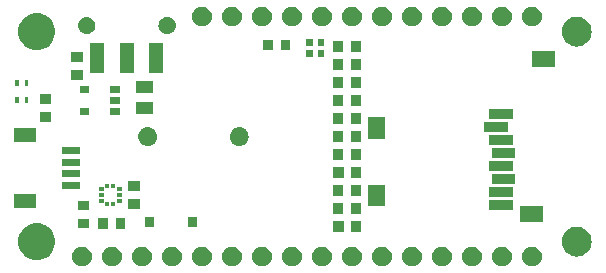
<source format=gbr>
%TF.GenerationSoftware,KiCad,Pcbnew,7.0.8*%
%TF.CreationDate,2023-11-01T10:58:51-04:00*%
%TF.ProjectId,destinationWeatherStation_v5,64657374-696e-4617-9469-6f6e57656174,01*%
%TF.SameCoordinates,Original*%
%TF.FileFunction,Soldermask,Top*%
%TF.FilePolarity,Negative*%
%FSLAX46Y46*%
G04 Gerber Fmt 4.6, Leading zero omitted, Abs format (unit mm)*
G04 Created by KiCad (PCBNEW 7.0.8) date 2023-11-01 10:58:51*
%MOMM*%
%LPD*%
G01*
G04 APERTURE LIST*
G04 APERTURE END LIST*
G36*
X120912664Y-117301602D02*
G01*
X121075000Y-117373878D01*
X121218761Y-117478327D01*
X121337664Y-117610383D01*
X121426514Y-117764274D01*
X121481425Y-117933275D01*
X121500000Y-118110000D01*
X121481425Y-118286725D01*
X121426514Y-118455726D01*
X121337664Y-118609617D01*
X121218761Y-118741673D01*
X121075000Y-118846122D01*
X120912664Y-118918398D01*
X120738849Y-118955344D01*
X120561151Y-118955344D01*
X120387336Y-118918398D01*
X120225000Y-118846122D01*
X120081239Y-118741673D01*
X119962336Y-118609617D01*
X119873486Y-118455726D01*
X119818575Y-118286725D01*
X119800000Y-118110000D01*
X119818575Y-117933275D01*
X119873486Y-117764274D01*
X119962336Y-117610383D01*
X120081239Y-117478327D01*
X120225000Y-117373878D01*
X120387336Y-117301602D01*
X120561151Y-117264656D01*
X120738849Y-117264656D01*
X120912664Y-117301602D01*
G37*
G36*
X123452664Y-117301602D02*
G01*
X123615000Y-117373878D01*
X123758761Y-117478327D01*
X123877664Y-117610383D01*
X123966514Y-117764274D01*
X124021425Y-117933275D01*
X124040000Y-118110000D01*
X124021425Y-118286725D01*
X123966514Y-118455726D01*
X123877664Y-118609617D01*
X123758761Y-118741673D01*
X123615000Y-118846122D01*
X123452664Y-118918398D01*
X123278849Y-118955344D01*
X123101151Y-118955344D01*
X122927336Y-118918398D01*
X122765000Y-118846122D01*
X122621239Y-118741673D01*
X122502336Y-118609617D01*
X122413486Y-118455726D01*
X122358575Y-118286725D01*
X122340000Y-118110000D01*
X122358575Y-117933275D01*
X122413486Y-117764274D01*
X122502336Y-117610383D01*
X122621239Y-117478327D01*
X122765000Y-117373878D01*
X122927336Y-117301602D01*
X123101151Y-117264656D01*
X123278849Y-117264656D01*
X123452664Y-117301602D01*
G37*
G36*
X125992664Y-117301602D02*
G01*
X126155000Y-117373878D01*
X126298761Y-117478327D01*
X126417664Y-117610383D01*
X126506514Y-117764274D01*
X126561425Y-117933275D01*
X126580000Y-118110000D01*
X126561425Y-118286725D01*
X126506514Y-118455726D01*
X126417664Y-118609617D01*
X126298761Y-118741673D01*
X126155000Y-118846122D01*
X125992664Y-118918398D01*
X125818849Y-118955344D01*
X125641151Y-118955344D01*
X125467336Y-118918398D01*
X125305000Y-118846122D01*
X125161239Y-118741673D01*
X125042336Y-118609617D01*
X124953486Y-118455726D01*
X124898575Y-118286725D01*
X124880000Y-118110000D01*
X124898575Y-117933275D01*
X124953486Y-117764274D01*
X125042336Y-117610383D01*
X125161239Y-117478327D01*
X125305000Y-117373878D01*
X125467336Y-117301602D01*
X125641151Y-117264656D01*
X125818849Y-117264656D01*
X125992664Y-117301602D01*
G37*
G36*
X128532664Y-117301602D02*
G01*
X128695000Y-117373878D01*
X128838761Y-117478327D01*
X128957664Y-117610383D01*
X129046514Y-117764274D01*
X129101425Y-117933275D01*
X129120000Y-118110000D01*
X129101425Y-118286725D01*
X129046514Y-118455726D01*
X128957664Y-118609617D01*
X128838761Y-118741673D01*
X128695000Y-118846122D01*
X128532664Y-118918398D01*
X128358849Y-118955344D01*
X128181151Y-118955344D01*
X128007336Y-118918398D01*
X127845000Y-118846122D01*
X127701239Y-118741673D01*
X127582336Y-118609617D01*
X127493486Y-118455726D01*
X127438575Y-118286725D01*
X127420000Y-118110000D01*
X127438575Y-117933275D01*
X127493486Y-117764274D01*
X127582336Y-117610383D01*
X127701239Y-117478327D01*
X127845000Y-117373878D01*
X128007336Y-117301602D01*
X128181151Y-117264656D01*
X128358849Y-117264656D01*
X128532664Y-117301602D01*
G37*
G36*
X131072664Y-117301602D02*
G01*
X131235000Y-117373878D01*
X131378761Y-117478327D01*
X131497664Y-117610383D01*
X131586514Y-117764274D01*
X131641425Y-117933275D01*
X131660000Y-118110000D01*
X131641425Y-118286725D01*
X131586514Y-118455726D01*
X131497664Y-118609617D01*
X131378761Y-118741673D01*
X131235000Y-118846122D01*
X131072664Y-118918398D01*
X130898849Y-118955344D01*
X130721151Y-118955344D01*
X130547336Y-118918398D01*
X130385000Y-118846122D01*
X130241239Y-118741673D01*
X130122336Y-118609617D01*
X130033486Y-118455726D01*
X129978575Y-118286725D01*
X129960000Y-118110000D01*
X129978575Y-117933275D01*
X130033486Y-117764274D01*
X130122336Y-117610383D01*
X130241239Y-117478327D01*
X130385000Y-117373878D01*
X130547336Y-117301602D01*
X130721151Y-117264656D01*
X130898849Y-117264656D01*
X131072664Y-117301602D01*
G37*
G36*
X133612664Y-117301602D02*
G01*
X133775000Y-117373878D01*
X133918761Y-117478327D01*
X134037664Y-117610383D01*
X134126514Y-117764274D01*
X134181425Y-117933275D01*
X134200000Y-118110000D01*
X134181425Y-118286725D01*
X134126514Y-118455726D01*
X134037664Y-118609617D01*
X133918761Y-118741673D01*
X133775000Y-118846122D01*
X133612664Y-118918398D01*
X133438849Y-118955344D01*
X133261151Y-118955344D01*
X133087336Y-118918398D01*
X132925000Y-118846122D01*
X132781239Y-118741673D01*
X132662336Y-118609617D01*
X132573486Y-118455726D01*
X132518575Y-118286725D01*
X132500000Y-118110000D01*
X132518575Y-117933275D01*
X132573486Y-117764274D01*
X132662336Y-117610383D01*
X132781239Y-117478327D01*
X132925000Y-117373878D01*
X133087336Y-117301602D01*
X133261151Y-117264656D01*
X133438849Y-117264656D01*
X133612664Y-117301602D01*
G37*
G36*
X136152664Y-117301602D02*
G01*
X136315000Y-117373878D01*
X136458761Y-117478327D01*
X136577664Y-117610383D01*
X136666514Y-117764274D01*
X136721425Y-117933275D01*
X136740000Y-118110000D01*
X136721425Y-118286725D01*
X136666514Y-118455726D01*
X136577664Y-118609617D01*
X136458761Y-118741673D01*
X136315000Y-118846122D01*
X136152664Y-118918398D01*
X135978849Y-118955344D01*
X135801151Y-118955344D01*
X135627336Y-118918398D01*
X135465000Y-118846122D01*
X135321239Y-118741673D01*
X135202336Y-118609617D01*
X135113486Y-118455726D01*
X135058575Y-118286725D01*
X135040000Y-118110000D01*
X135058575Y-117933275D01*
X135113486Y-117764274D01*
X135202336Y-117610383D01*
X135321239Y-117478327D01*
X135465000Y-117373878D01*
X135627336Y-117301602D01*
X135801151Y-117264656D01*
X135978849Y-117264656D01*
X136152664Y-117301602D01*
G37*
G36*
X138692664Y-117301602D02*
G01*
X138855000Y-117373878D01*
X138998761Y-117478327D01*
X139117664Y-117610383D01*
X139206514Y-117764274D01*
X139261425Y-117933275D01*
X139280000Y-118110000D01*
X139261425Y-118286725D01*
X139206514Y-118455726D01*
X139117664Y-118609617D01*
X138998761Y-118741673D01*
X138855000Y-118846122D01*
X138692664Y-118918398D01*
X138518849Y-118955344D01*
X138341151Y-118955344D01*
X138167336Y-118918398D01*
X138005000Y-118846122D01*
X137861239Y-118741673D01*
X137742336Y-118609617D01*
X137653486Y-118455726D01*
X137598575Y-118286725D01*
X137580000Y-118110000D01*
X137598575Y-117933275D01*
X137653486Y-117764274D01*
X137742336Y-117610383D01*
X137861239Y-117478327D01*
X138005000Y-117373878D01*
X138167336Y-117301602D01*
X138341151Y-117264656D01*
X138518849Y-117264656D01*
X138692664Y-117301602D01*
G37*
G36*
X141232664Y-117301602D02*
G01*
X141395000Y-117373878D01*
X141538761Y-117478327D01*
X141657664Y-117610383D01*
X141746514Y-117764274D01*
X141801425Y-117933275D01*
X141820000Y-118110000D01*
X141801425Y-118286725D01*
X141746514Y-118455726D01*
X141657664Y-118609617D01*
X141538761Y-118741673D01*
X141395000Y-118846122D01*
X141232664Y-118918398D01*
X141058849Y-118955344D01*
X140881151Y-118955344D01*
X140707336Y-118918398D01*
X140545000Y-118846122D01*
X140401239Y-118741673D01*
X140282336Y-118609617D01*
X140193486Y-118455726D01*
X140138575Y-118286725D01*
X140120000Y-118110000D01*
X140138575Y-117933275D01*
X140193486Y-117764274D01*
X140282336Y-117610383D01*
X140401239Y-117478327D01*
X140545000Y-117373878D01*
X140707336Y-117301602D01*
X140881151Y-117264656D01*
X141058849Y-117264656D01*
X141232664Y-117301602D01*
G37*
G36*
X143772664Y-117301602D02*
G01*
X143935000Y-117373878D01*
X144078761Y-117478327D01*
X144197664Y-117610383D01*
X144286514Y-117764274D01*
X144341425Y-117933275D01*
X144360000Y-118110000D01*
X144341425Y-118286725D01*
X144286514Y-118455726D01*
X144197664Y-118609617D01*
X144078761Y-118741673D01*
X143935000Y-118846122D01*
X143772664Y-118918398D01*
X143598849Y-118955344D01*
X143421151Y-118955344D01*
X143247336Y-118918398D01*
X143085000Y-118846122D01*
X142941239Y-118741673D01*
X142822336Y-118609617D01*
X142733486Y-118455726D01*
X142678575Y-118286725D01*
X142660000Y-118110000D01*
X142678575Y-117933275D01*
X142733486Y-117764274D01*
X142822336Y-117610383D01*
X142941239Y-117478327D01*
X143085000Y-117373878D01*
X143247336Y-117301602D01*
X143421151Y-117264656D01*
X143598849Y-117264656D01*
X143772664Y-117301602D01*
G37*
G36*
X146312664Y-117301602D02*
G01*
X146475000Y-117373878D01*
X146618761Y-117478327D01*
X146737664Y-117610383D01*
X146826514Y-117764274D01*
X146881425Y-117933275D01*
X146900000Y-118110000D01*
X146881425Y-118286725D01*
X146826514Y-118455726D01*
X146737664Y-118609617D01*
X146618761Y-118741673D01*
X146475000Y-118846122D01*
X146312664Y-118918398D01*
X146138849Y-118955344D01*
X145961151Y-118955344D01*
X145787336Y-118918398D01*
X145625000Y-118846122D01*
X145481239Y-118741673D01*
X145362336Y-118609617D01*
X145273486Y-118455726D01*
X145218575Y-118286725D01*
X145200000Y-118110000D01*
X145218575Y-117933275D01*
X145273486Y-117764274D01*
X145362336Y-117610383D01*
X145481239Y-117478327D01*
X145625000Y-117373878D01*
X145787336Y-117301602D01*
X145961151Y-117264656D01*
X146138849Y-117264656D01*
X146312664Y-117301602D01*
G37*
G36*
X148852664Y-117301602D02*
G01*
X149015000Y-117373878D01*
X149158761Y-117478327D01*
X149277664Y-117610383D01*
X149366514Y-117764274D01*
X149421425Y-117933275D01*
X149440000Y-118110000D01*
X149421425Y-118286725D01*
X149366514Y-118455726D01*
X149277664Y-118609617D01*
X149158761Y-118741673D01*
X149015000Y-118846122D01*
X148852664Y-118918398D01*
X148678849Y-118955344D01*
X148501151Y-118955344D01*
X148327336Y-118918398D01*
X148165000Y-118846122D01*
X148021239Y-118741673D01*
X147902336Y-118609617D01*
X147813486Y-118455726D01*
X147758575Y-118286725D01*
X147740000Y-118110000D01*
X147758575Y-117933275D01*
X147813486Y-117764274D01*
X147902336Y-117610383D01*
X148021239Y-117478327D01*
X148165000Y-117373878D01*
X148327336Y-117301602D01*
X148501151Y-117264656D01*
X148678849Y-117264656D01*
X148852664Y-117301602D01*
G37*
G36*
X151392664Y-117301602D02*
G01*
X151555000Y-117373878D01*
X151698761Y-117478327D01*
X151817664Y-117610383D01*
X151906514Y-117764274D01*
X151961425Y-117933275D01*
X151980000Y-118110000D01*
X151961425Y-118286725D01*
X151906514Y-118455726D01*
X151817664Y-118609617D01*
X151698761Y-118741673D01*
X151555000Y-118846122D01*
X151392664Y-118918398D01*
X151218849Y-118955344D01*
X151041151Y-118955344D01*
X150867336Y-118918398D01*
X150705000Y-118846122D01*
X150561239Y-118741673D01*
X150442336Y-118609617D01*
X150353486Y-118455726D01*
X150298575Y-118286725D01*
X150280000Y-118110000D01*
X150298575Y-117933275D01*
X150353486Y-117764274D01*
X150442336Y-117610383D01*
X150561239Y-117478327D01*
X150705000Y-117373878D01*
X150867336Y-117301602D01*
X151041151Y-117264656D01*
X151218849Y-117264656D01*
X151392664Y-117301602D01*
G37*
G36*
X153932664Y-117301602D02*
G01*
X154095000Y-117373878D01*
X154238761Y-117478327D01*
X154357664Y-117610383D01*
X154446514Y-117764274D01*
X154501425Y-117933275D01*
X154520000Y-118110000D01*
X154501425Y-118286725D01*
X154446514Y-118455726D01*
X154357664Y-118609617D01*
X154238761Y-118741673D01*
X154095000Y-118846122D01*
X153932664Y-118918398D01*
X153758849Y-118955344D01*
X153581151Y-118955344D01*
X153407336Y-118918398D01*
X153245000Y-118846122D01*
X153101239Y-118741673D01*
X152982336Y-118609617D01*
X152893486Y-118455726D01*
X152838575Y-118286725D01*
X152820000Y-118110000D01*
X152838575Y-117933275D01*
X152893486Y-117764274D01*
X152982336Y-117610383D01*
X153101239Y-117478327D01*
X153245000Y-117373878D01*
X153407336Y-117301602D01*
X153581151Y-117264656D01*
X153758849Y-117264656D01*
X153932664Y-117301602D01*
G37*
G36*
X156472664Y-117301602D02*
G01*
X156635000Y-117373878D01*
X156778761Y-117478327D01*
X156897664Y-117610383D01*
X156986514Y-117764274D01*
X157041425Y-117933275D01*
X157060000Y-118110000D01*
X157041425Y-118286725D01*
X156986514Y-118455726D01*
X156897664Y-118609617D01*
X156778761Y-118741673D01*
X156635000Y-118846122D01*
X156472664Y-118918398D01*
X156298849Y-118955344D01*
X156121151Y-118955344D01*
X155947336Y-118918398D01*
X155785000Y-118846122D01*
X155641239Y-118741673D01*
X155522336Y-118609617D01*
X155433486Y-118455726D01*
X155378575Y-118286725D01*
X155360000Y-118110000D01*
X155378575Y-117933275D01*
X155433486Y-117764274D01*
X155522336Y-117610383D01*
X155641239Y-117478327D01*
X155785000Y-117373878D01*
X155947336Y-117301602D01*
X156121151Y-117264656D01*
X156298849Y-117264656D01*
X156472664Y-117301602D01*
G37*
G36*
X159012664Y-117301602D02*
G01*
X159175000Y-117373878D01*
X159318761Y-117478327D01*
X159437664Y-117610383D01*
X159526514Y-117764274D01*
X159581425Y-117933275D01*
X159600000Y-118110000D01*
X159581425Y-118286725D01*
X159526514Y-118455726D01*
X159437664Y-118609617D01*
X159318761Y-118741673D01*
X159175000Y-118846122D01*
X159012664Y-118918398D01*
X158838849Y-118955344D01*
X158661151Y-118955344D01*
X158487336Y-118918398D01*
X158325000Y-118846122D01*
X158181239Y-118741673D01*
X158062336Y-118609617D01*
X157973486Y-118455726D01*
X157918575Y-118286725D01*
X157900000Y-118110000D01*
X157918575Y-117933275D01*
X157973486Y-117764274D01*
X158062336Y-117610383D01*
X158181239Y-117478327D01*
X158325000Y-117373878D01*
X158487336Y-117301602D01*
X158661151Y-117264656D01*
X158838849Y-117264656D01*
X159012664Y-117301602D01*
G37*
G36*
X117085602Y-115289329D02*
G01*
X117325157Y-115346841D01*
X117552765Y-115441120D01*
X117762823Y-115569843D01*
X117950158Y-115729842D01*
X118110157Y-115917177D01*
X118238880Y-116127235D01*
X118333159Y-116354843D01*
X118390671Y-116594398D01*
X118410000Y-116840000D01*
X118390671Y-117085602D01*
X118333159Y-117325157D01*
X118238880Y-117552765D01*
X118110157Y-117762823D01*
X117950158Y-117950158D01*
X117762823Y-118110157D01*
X117552765Y-118238880D01*
X117325157Y-118333159D01*
X117085602Y-118390671D01*
X116840000Y-118410000D01*
X116594398Y-118390671D01*
X116354843Y-118333159D01*
X116127235Y-118238880D01*
X115917177Y-118110157D01*
X115729842Y-117950158D01*
X115569843Y-117762823D01*
X115441120Y-117552765D01*
X115346841Y-117325157D01*
X115289329Y-117085602D01*
X115270000Y-116840000D01*
X115289329Y-116594398D01*
X115346841Y-116354843D01*
X115441120Y-116127235D01*
X115569843Y-115917177D01*
X115729842Y-115729842D01*
X115917177Y-115569843D01*
X116127235Y-115441120D01*
X116354843Y-115346841D01*
X116594398Y-115289329D01*
X116840000Y-115270000D01*
X117085602Y-115289329D01*
G37*
G36*
X162780533Y-115589294D02*
G01*
X162994366Y-115646590D01*
X163195000Y-115740148D01*
X163376340Y-115867124D01*
X163532876Y-116023660D01*
X163659852Y-116205000D01*
X163753410Y-116405634D01*
X163810706Y-116619467D01*
X163830000Y-116840000D01*
X163810706Y-117060533D01*
X163753410Y-117274366D01*
X163659852Y-117475000D01*
X163532876Y-117656340D01*
X163376340Y-117812876D01*
X163195000Y-117939852D01*
X162994366Y-118033410D01*
X162780533Y-118090706D01*
X162560000Y-118110000D01*
X162339467Y-118090706D01*
X162125634Y-118033410D01*
X161925000Y-117939852D01*
X161743660Y-117812876D01*
X161587124Y-117656340D01*
X161460148Y-117475000D01*
X161366590Y-117274366D01*
X161309294Y-117060533D01*
X161290000Y-116840000D01*
X161309294Y-116619467D01*
X161366590Y-116405634D01*
X161460148Y-116205000D01*
X161587124Y-116023660D01*
X161743660Y-115867124D01*
X161925000Y-115740148D01*
X162125634Y-115646590D01*
X162339467Y-115589294D01*
X162560000Y-115570000D01*
X162780533Y-115589294D01*
G37*
G36*
X142814500Y-116055000D02*
G01*
X141943500Y-116055000D01*
X141943500Y-115085000D01*
X142814500Y-115085000D01*
X142814500Y-116055000D01*
G37*
G36*
X144314500Y-116055000D02*
G01*
X143443500Y-116055000D01*
X143443500Y-115085000D01*
X144314500Y-115085000D01*
X144314500Y-116055000D01*
G37*
G36*
X122845000Y-115780500D02*
G01*
X122025000Y-115780500D01*
X122025000Y-114851500D01*
X122845000Y-114851500D01*
X122845000Y-115780500D01*
G37*
G36*
X124355000Y-115780500D02*
G01*
X123535000Y-115780500D01*
X123535000Y-114851500D01*
X124355000Y-114851500D01*
X124355000Y-115780500D01*
G37*
G36*
X121241500Y-115719000D02*
G01*
X120312500Y-115719000D01*
X120312500Y-114899000D01*
X121241500Y-114899000D01*
X121241500Y-115719000D01*
G37*
G36*
X126788500Y-115584000D02*
G01*
X126028500Y-115584000D01*
X126028500Y-114794000D01*
X126788500Y-114794000D01*
X126788500Y-115584000D01*
G37*
G36*
X130398500Y-115584000D02*
G01*
X129638500Y-115584000D01*
X129638500Y-114794000D01*
X130398500Y-114794000D01*
X130398500Y-115584000D01*
G37*
G36*
X159700000Y-115225000D02*
G01*
X157800000Y-115225000D01*
X157800000Y-113825000D01*
X159700000Y-113825000D01*
X159700000Y-115225000D01*
G37*
G36*
X142784000Y-114510500D02*
G01*
X141964000Y-114510500D01*
X141964000Y-113581500D01*
X142784000Y-113581500D01*
X142784000Y-114510500D01*
G37*
G36*
X144294000Y-114510500D02*
G01*
X143474000Y-114510500D01*
X143474000Y-113581500D01*
X144294000Y-113581500D01*
X144294000Y-114510500D01*
G37*
G36*
X121241500Y-114209000D02*
G01*
X120312500Y-114209000D01*
X120312500Y-113389000D01*
X121241500Y-113389000D01*
X121241500Y-114209000D01*
G37*
G36*
X157150000Y-114135000D02*
G01*
X155150000Y-114135000D01*
X155150000Y-113335000D01*
X157150000Y-113335000D01*
X157150000Y-114135000D01*
G37*
G36*
X125580000Y-114088500D02*
G01*
X124610000Y-114088500D01*
X124610000Y-113217500D01*
X125580000Y-113217500D01*
X125580000Y-114088500D01*
G37*
G36*
X116754000Y-114017000D02*
G01*
X114954000Y-114017000D01*
X114954000Y-112817000D01*
X116754000Y-112817000D01*
X116754000Y-114017000D01*
G37*
G36*
X122988000Y-113867500D02*
G01*
X122638000Y-113867500D01*
X122638000Y-113470500D01*
X122988000Y-113470500D01*
X122988000Y-113867500D01*
G37*
G36*
X123488000Y-113867500D02*
G01*
X123138000Y-113867500D01*
X123138000Y-113470500D01*
X123488000Y-113470500D01*
X123488000Y-113867500D01*
G37*
G36*
X146300000Y-113825000D02*
G01*
X144900000Y-113825000D01*
X144900000Y-112025000D01*
X146300000Y-112025000D01*
X146300000Y-113825000D01*
G37*
G36*
X122495500Y-113578000D02*
G01*
X122098500Y-113578000D01*
X122098500Y-113228000D01*
X122495500Y-113228000D01*
X122495500Y-113578000D01*
G37*
G36*
X124027500Y-113578000D02*
G01*
X123630500Y-113578000D01*
X123630500Y-113228000D01*
X124027500Y-113228000D01*
X124027500Y-113578000D01*
G37*
G36*
X122495500Y-113078000D02*
G01*
X122098500Y-113078000D01*
X122098500Y-112728000D01*
X122495500Y-112728000D01*
X122495500Y-113078000D01*
G37*
G36*
X124027500Y-113078000D02*
G01*
X123630500Y-113078000D01*
X123630500Y-112728000D01*
X124027500Y-112728000D01*
X124027500Y-113078000D01*
G37*
G36*
X157150000Y-113035000D02*
G01*
X155150000Y-113035000D01*
X155150000Y-112235000D01*
X157150000Y-112235000D01*
X157150000Y-113035000D01*
G37*
G36*
X142784000Y-112986500D02*
G01*
X141964000Y-112986500D01*
X141964000Y-112057500D01*
X142784000Y-112057500D01*
X142784000Y-112986500D01*
G37*
G36*
X144294000Y-112986500D02*
G01*
X143474000Y-112986500D01*
X143474000Y-112057500D01*
X144294000Y-112057500D01*
X144294000Y-112986500D01*
G37*
G36*
X125580000Y-112588500D02*
G01*
X124610000Y-112588500D01*
X124610000Y-111717500D01*
X125580000Y-111717500D01*
X125580000Y-112588500D01*
G37*
G36*
X122495500Y-112578000D02*
G01*
X122098500Y-112578000D01*
X122098500Y-112228000D01*
X122495500Y-112228000D01*
X122495500Y-112578000D01*
G37*
G36*
X124027500Y-112578000D02*
G01*
X123630500Y-112578000D01*
X123630500Y-112228000D01*
X124027500Y-112228000D01*
X124027500Y-112578000D01*
G37*
G36*
X120504000Y-112417000D02*
G01*
X118954000Y-112417000D01*
X118954000Y-111817000D01*
X120504000Y-111817000D01*
X120504000Y-112417000D01*
G37*
G36*
X122988000Y-112335500D02*
G01*
X122638000Y-112335500D01*
X122638000Y-111938500D01*
X122988000Y-111938500D01*
X122988000Y-112335500D01*
G37*
G36*
X123488000Y-112335500D02*
G01*
X123138000Y-112335500D01*
X123138000Y-111938500D01*
X123488000Y-111938500D01*
X123488000Y-112335500D01*
G37*
G36*
X157350000Y-111935000D02*
G01*
X155350000Y-111935000D01*
X155350000Y-111135000D01*
X157350000Y-111135000D01*
X157350000Y-111935000D01*
G37*
G36*
X142814500Y-111483000D02*
G01*
X141943500Y-111483000D01*
X141943500Y-110513000D01*
X142814500Y-110513000D01*
X142814500Y-111483000D01*
G37*
G36*
X144314500Y-111483000D02*
G01*
X143443500Y-111483000D01*
X143443500Y-110513000D01*
X144314500Y-110513000D01*
X144314500Y-111483000D01*
G37*
G36*
X120504000Y-111417000D02*
G01*
X118954000Y-111417000D01*
X118954000Y-110817000D01*
X120504000Y-110817000D01*
X120504000Y-111417000D01*
G37*
G36*
X157150000Y-110835000D02*
G01*
X155150000Y-110835000D01*
X155150000Y-110035000D01*
X157150000Y-110035000D01*
X157150000Y-110835000D01*
G37*
G36*
X120504000Y-110417000D02*
G01*
X118954000Y-110417000D01*
X118954000Y-109817000D01*
X120504000Y-109817000D01*
X120504000Y-110417000D01*
G37*
G36*
X142784000Y-109938500D02*
G01*
X141964000Y-109938500D01*
X141964000Y-109009500D01*
X142784000Y-109009500D01*
X142784000Y-109938500D01*
G37*
G36*
X144294000Y-109938500D02*
G01*
X143474000Y-109938500D01*
X143474000Y-109009500D01*
X144294000Y-109009500D01*
X144294000Y-109938500D01*
G37*
G36*
X157350000Y-109735000D02*
G01*
X155350000Y-109735000D01*
X155350000Y-108935000D01*
X157350000Y-108935000D01*
X157350000Y-109735000D01*
G37*
G36*
X120504000Y-109417000D02*
G01*
X118954000Y-109417000D01*
X118954000Y-108817000D01*
X120504000Y-108817000D01*
X120504000Y-109417000D01*
G37*
G36*
X126276367Y-107154661D02*
G01*
X126318593Y-107154661D01*
X126366228Y-107164786D01*
X126413017Y-107170058D01*
X126447039Y-107181962D01*
X126482127Y-107189421D01*
X126532695Y-107211935D01*
X126582107Y-107229225D01*
X126607823Y-107245383D01*
X126634860Y-107257421D01*
X126685275Y-107294050D01*
X126733792Y-107324535D01*
X126751214Y-107341957D01*
X126770117Y-107355691D01*
X126816844Y-107407587D01*
X126860465Y-107451208D01*
X126870499Y-107467177D01*
X126881986Y-107479935D01*
X126921285Y-107548003D01*
X126955775Y-107602893D01*
X126960080Y-107615197D01*
X126965580Y-107624723D01*
X126993740Y-107711392D01*
X127014942Y-107771983D01*
X127015746Y-107779118D01*
X127017244Y-107783729D01*
X127030820Y-107912904D01*
X127035000Y-107950000D01*
X127030819Y-107987098D01*
X127017244Y-108116270D01*
X127015746Y-108120879D01*
X127014942Y-108128017D01*
X126993736Y-108188620D01*
X126965580Y-108275276D01*
X126960081Y-108284799D01*
X126955775Y-108297107D01*
X126921278Y-108352007D01*
X126881986Y-108420064D01*
X126870501Y-108432818D01*
X126860465Y-108448792D01*
X126816835Y-108492421D01*
X126770117Y-108544308D01*
X126751218Y-108558038D01*
X126733792Y-108575465D01*
X126685265Y-108605956D01*
X126634860Y-108642578D01*
X126607829Y-108654612D01*
X126582107Y-108670775D01*
X126532685Y-108688068D01*
X126482127Y-108710578D01*
X126447045Y-108718035D01*
X126413017Y-108729942D01*
X126366225Y-108735214D01*
X126318593Y-108745339D01*
X126276367Y-108745339D01*
X126235000Y-108750000D01*
X126193633Y-108745339D01*
X126151407Y-108745339D01*
X126103774Y-108735214D01*
X126056983Y-108729942D01*
X126022955Y-108718035D01*
X125987872Y-108710578D01*
X125937309Y-108688066D01*
X125887893Y-108670775D01*
X125862173Y-108654614D01*
X125835139Y-108642578D01*
X125784726Y-108605951D01*
X125736208Y-108575465D01*
X125718784Y-108558041D01*
X125699882Y-108544308D01*
X125653154Y-108492411D01*
X125609535Y-108448792D01*
X125599500Y-108432822D01*
X125588013Y-108420064D01*
X125548709Y-108351987D01*
X125514225Y-108297107D01*
X125509919Y-108284803D01*
X125504419Y-108275276D01*
X125476249Y-108188580D01*
X125455058Y-108128017D01*
X125454254Y-108120884D01*
X125452755Y-108116270D01*
X125439165Y-107986966D01*
X125435000Y-107950000D01*
X125439164Y-107913036D01*
X125452755Y-107783729D01*
X125454254Y-107779113D01*
X125455058Y-107771983D01*
X125476245Y-107711432D01*
X125504419Y-107624723D01*
X125509920Y-107615193D01*
X125514225Y-107602893D01*
X125548701Y-107548023D01*
X125588013Y-107479935D01*
X125599502Y-107467174D01*
X125609535Y-107451208D01*
X125653145Y-107407597D01*
X125699882Y-107355691D01*
X125718787Y-107341955D01*
X125736208Y-107324535D01*
X125784721Y-107294052D01*
X125835140Y-107257421D01*
X125862176Y-107245383D01*
X125887893Y-107229225D01*
X125937301Y-107211936D01*
X125987872Y-107189421D01*
X126022961Y-107181962D01*
X126056983Y-107170058D01*
X126103771Y-107164786D01*
X126151407Y-107154661D01*
X126193633Y-107154661D01*
X126235000Y-107150000D01*
X126276367Y-107154661D01*
G37*
G36*
X134026367Y-107154661D02*
G01*
X134068593Y-107154661D01*
X134116228Y-107164786D01*
X134163017Y-107170058D01*
X134197039Y-107181962D01*
X134232127Y-107189421D01*
X134282695Y-107211935D01*
X134332107Y-107229225D01*
X134357823Y-107245383D01*
X134384860Y-107257421D01*
X134435275Y-107294050D01*
X134483792Y-107324535D01*
X134501214Y-107341957D01*
X134520117Y-107355691D01*
X134566844Y-107407587D01*
X134610465Y-107451208D01*
X134620499Y-107467177D01*
X134631986Y-107479935D01*
X134671285Y-107548003D01*
X134705775Y-107602893D01*
X134710080Y-107615197D01*
X134715580Y-107624723D01*
X134743740Y-107711392D01*
X134764942Y-107771983D01*
X134765746Y-107779118D01*
X134767244Y-107783729D01*
X134780820Y-107912904D01*
X134785000Y-107950000D01*
X134780819Y-107987098D01*
X134767244Y-108116270D01*
X134765746Y-108120879D01*
X134764942Y-108128017D01*
X134743736Y-108188620D01*
X134715580Y-108275276D01*
X134710081Y-108284799D01*
X134705775Y-108297107D01*
X134671278Y-108352007D01*
X134631986Y-108420064D01*
X134620501Y-108432818D01*
X134610465Y-108448792D01*
X134566835Y-108492421D01*
X134520117Y-108544308D01*
X134501218Y-108558038D01*
X134483792Y-108575465D01*
X134435265Y-108605956D01*
X134384860Y-108642578D01*
X134357829Y-108654612D01*
X134332107Y-108670775D01*
X134282685Y-108688068D01*
X134232127Y-108710578D01*
X134197045Y-108718035D01*
X134163017Y-108729942D01*
X134116225Y-108735214D01*
X134068593Y-108745339D01*
X134026367Y-108745339D01*
X133985000Y-108750000D01*
X133943633Y-108745339D01*
X133901407Y-108745339D01*
X133853774Y-108735214D01*
X133806983Y-108729942D01*
X133772955Y-108718035D01*
X133737872Y-108710578D01*
X133687309Y-108688066D01*
X133637893Y-108670775D01*
X133612173Y-108654614D01*
X133585139Y-108642578D01*
X133534726Y-108605951D01*
X133486208Y-108575465D01*
X133468784Y-108558041D01*
X133449882Y-108544308D01*
X133403154Y-108492411D01*
X133359535Y-108448792D01*
X133349500Y-108432822D01*
X133338013Y-108420064D01*
X133298709Y-108351987D01*
X133264225Y-108297107D01*
X133259919Y-108284803D01*
X133254419Y-108275276D01*
X133226249Y-108188580D01*
X133205058Y-108128017D01*
X133204254Y-108120884D01*
X133202755Y-108116270D01*
X133189165Y-107986966D01*
X133185000Y-107950000D01*
X133189164Y-107913036D01*
X133202755Y-107783729D01*
X133204254Y-107779113D01*
X133205058Y-107771983D01*
X133226245Y-107711432D01*
X133254419Y-107624723D01*
X133259920Y-107615193D01*
X133264225Y-107602893D01*
X133298701Y-107548023D01*
X133338013Y-107479935D01*
X133349502Y-107467174D01*
X133359535Y-107451208D01*
X133403145Y-107407597D01*
X133449882Y-107355691D01*
X133468787Y-107341955D01*
X133486208Y-107324535D01*
X133534721Y-107294052D01*
X133585140Y-107257421D01*
X133612176Y-107245383D01*
X133637893Y-107229225D01*
X133687301Y-107211936D01*
X133737872Y-107189421D01*
X133772961Y-107181962D01*
X133806983Y-107170058D01*
X133853771Y-107164786D01*
X133901407Y-107154661D01*
X133943633Y-107154661D01*
X133985000Y-107150000D01*
X134026367Y-107154661D01*
G37*
G36*
X157150000Y-108635000D02*
G01*
X155150000Y-108635000D01*
X155150000Y-107835000D01*
X157150000Y-107835000D01*
X157150000Y-108635000D01*
G37*
G36*
X116754000Y-108417000D02*
G01*
X114954000Y-108417000D01*
X114954000Y-107217000D01*
X116754000Y-107217000D01*
X116754000Y-108417000D01*
G37*
G36*
X142784000Y-108414500D02*
G01*
X141964000Y-108414500D01*
X141964000Y-107485500D01*
X142784000Y-107485500D01*
X142784000Y-108414500D01*
G37*
G36*
X144294000Y-108414500D02*
G01*
X143474000Y-108414500D01*
X143474000Y-107485500D01*
X144294000Y-107485500D01*
X144294000Y-108414500D01*
G37*
G36*
X146300000Y-108125000D02*
G01*
X144900000Y-108125000D01*
X144900000Y-106325000D01*
X146300000Y-106325000D01*
X146300000Y-108125000D01*
G37*
G36*
X156750000Y-107535000D02*
G01*
X154750000Y-107535000D01*
X154750000Y-106735000D01*
X156750000Y-106735000D01*
X156750000Y-107535000D01*
G37*
G36*
X142784000Y-106890500D02*
G01*
X141964000Y-106890500D01*
X141964000Y-105961500D01*
X142784000Y-105961500D01*
X142784000Y-106890500D01*
G37*
G36*
X144294000Y-106890500D02*
G01*
X143474000Y-106890500D01*
X143474000Y-105961500D01*
X144294000Y-105961500D01*
X144294000Y-106890500D01*
G37*
G36*
X118087000Y-106722500D02*
G01*
X117117000Y-106722500D01*
X117117000Y-105851500D01*
X118087000Y-105851500D01*
X118087000Y-106722500D01*
G37*
G36*
X157150000Y-106435000D02*
G01*
X155150000Y-106435000D01*
X155150000Y-105635000D01*
X157150000Y-105635000D01*
X157150000Y-106435000D01*
G37*
G36*
X121299500Y-106156500D02*
G01*
X120466500Y-106156500D01*
X120466500Y-105547500D01*
X121299500Y-105547500D01*
X121299500Y-106156500D01*
G37*
G36*
X123881500Y-106156500D02*
G01*
X123048500Y-106156500D01*
X123048500Y-105547500D01*
X123881500Y-105547500D01*
X123881500Y-106156500D01*
G37*
G36*
X126716500Y-106055500D02*
G01*
X125251500Y-106055500D01*
X125251500Y-105070500D01*
X126716500Y-105070500D01*
X126716500Y-106055500D01*
G37*
G36*
X142784000Y-105366500D02*
G01*
X141964000Y-105366500D01*
X141964000Y-104437500D01*
X142784000Y-104437500D01*
X142784000Y-105366500D01*
G37*
G36*
X144294000Y-105366500D02*
G01*
X143474000Y-105366500D01*
X143474000Y-104437500D01*
X144294000Y-104437500D01*
X144294000Y-105366500D01*
G37*
G36*
X118087000Y-105222500D02*
G01*
X117117000Y-105222500D01*
X117117000Y-104351500D01*
X118087000Y-104351500D01*
X118087000Y-105222500D01*
G37*
G36*
X123881500Y-105206500D02*
G01*
X123048500Y-105206500D01*
X123048500Y-104597500D01*
X123881500Y-104597500D01*
X123881500Y-105206500D01*
G37*
G36*
X115320000Y-105090000D02*
G01*
X115020000Y-105090000D01*
X115020000Y-104590000D01*
X115320000Y-104590000D01*
X115320000Y-105090000D01*
G37*
G36*
X116120000Y-105090000D02*
G01*
X115820000Y-105090000D01*
X115820000Y-104590000D01*
X116120000Y-104590000D01*
X116120000Y-105090000D01*
G37*
G36*
X121299500Y-104256500D02*
G01*
X120466500Y-104256500D01*
X120466500Y-103647500D01*
X121299500Y-103647500D01*
X121299500Y-104256500D01*
G37*
G36*
X123881500Y-104256500D02*
G01*
X123048500Y-104256500D01*
X123048500Y-103647500D01*
X123881500Y-103647500D01*
X123881500Y-104256500D01*
G37*
G36*
X126716500Y-104225500D02*
G01*
X125251500Y-104225500D01*
X125251500Y-103240500D01*
X126716500Y-103240500D01*
X126716500Y-104225500D01*
G37*
G36*
X142784000Y-103842500D02*
G01*
X141964000Y-103842500D01*
X141964000Y-102913500D01*
X142784000Y-102913500D01*
X142784000Y-103842500D01*
G37*
G36*
X144294000Y-103842500D02*
G01*
X143474000Y-103842500D01*
X143474000Y-102913500D01*
X144294000Y-102913500D01*
X144294000Y-103842500D01*
G37*
G36*
X115320000Y-103690000D02*
G01*
X115020000Y-103690000D01*
X115020000Y-103190000D01*
X115320000Y-103190000D01*
X115320000Y-103690000D01*
G37*
G36*
X116120000Y-103690000D02*
G01*
X115820000Y-103690000D01*
X115820000Y-103190000D01*
X116120000Y-103190000D01*
X116120000Y-103690000D01*
G37*
G36*
X120754000Y-103166500D02*
G01*
X119784000Y-103166500D01*
X119784000Y-102295500D01*
X120754000Y-102295500D01*
X120754000Y-103166500D01*
G37*
G36*
X122560000Y-102552000D02*
G01*
X121360000Y-102552000D01*
X121360000Y-100052000D01*
X122560000Y-100052000D01*
X122560000Y-102552000D01*
G37*
G36*
X125060000Y-102552000D02*
G01*
X123860000Y-102552000D01*
X123860000Y-100052000D01*
X125060000Y-100052000D01*
X125060000Y-102552000D01*
G37*
G36*
X127560000Y-102552000D02*
G01*
X126360000Y-102552000D01*
X126360000Y-100052000D01*
X127560000Y-100052000D01*
X127560000Y-102552000D01*
G37*
G36*
X142784000Y-102318500D02*
G01*
X141964000Y-102318500D01*
X141964000Y-101389500D01*
X142784000Y-101389500D01*
X142784000Y-102318500D01*
G37*
G36*
X144294000Y-102318500D02*
G01*
X143474000Y-102318500D01*
X143474000Y-101389500D01*
X144294000Y-101389500D01*
X144294000Y-102318500D01*
G37*
G36*
X160700000Y-102075000D02*
G01*
X158800000Y-102075000D01*
X158800000Y-100675000D01*
X160700000Y-100675000D01*
X160700000Y-102075000D01*
G37*
G36*
X120754000Y-101666500D02*
G01*
X119784000Y-101666500D01*
X119784000Y-100795500D01*
X120754000Y-100795500D01*
X120754000Y-101666500D01*
G37*
G36*
X140218000Y-101207000D02*
G01*
X139668000Y-101207000D01*
X139668000Y-100657000D01*
X140218000Y-100657000D01*
X140218000Y-101207000D01*
G37*
G36*
X141168000Y-101207000D02*
G01*
X140618000Y-101207000D01*
X140618000Y-100657000D01*
X141168000Y-100657000D01*
X141168000Y-101207000D01*
G37*
G36*
X142784000Y-100794500D02*
G01*
X141964000Y-100794500D01*
X141964000Y-99865500D01*
X142784000Y-99865500D01*
X142784000Y-100794500D01*
G37*
G36*
X144294000Y-100794500D02*
G01*
X143474000Y-100794500D01*
X143474000Y-99865500D01*
X144294000Y-99865500D01*
X144294000Y-100794500D01*
G37*
G36*
X136815000Y-100667500D02*
G01*
X135995000Y-100667500D01*
X135995000Y-99738500D01*
X136815000Y-99738500D01*
X136815000Y-100667500D01*
G37*
G36*
X138325000Y-100667500D02*
G01*
X137505000Y-100667500D01*
X137505000Y-99738500D01*
X138325000Y-99738500D01*
X138325000Y-100667500D01*
G37*
G36*
X117085602Y-97509329D02*
G01*
X117325157Y-97566841D01*
X117552765Y-97661120D01*
X117762823Y-97789843D01*
X117950158Y-97949842D01*
X118110157Y-98137177D01*
X118238880Y-98347235D01*
X118333159Y-98574843D01*
X118390671Y-98814398D01*
X118410000Y-99060000D01*
X118390671Y-99305602D01*
X118333159Y-99545157D01*
X118238880Y-99772765D01*
X118110157Y-99982823D01*
X117950158Y-100170158D01*
X117762823Y-100330157D01*
X117552765Y-100458880D01*
X117325157Y-100553159D01*
X117085602Y-100610671D01*
X116840000Y-100630000D01*
X116594398Y-100610671D01*
X116354843Y-100553159D01*
X116127235Y-100458880D01*
X115917177Y-100330157D01*
X115729842Y-100170158D01*
X115569843Y-99982823D01*
X115441120Y-99772765D01*
X115346841Y-99545157D01*
X115289329Y-99305602D01*
X115270000Y-99060000D01*
X115289329Y-98814398D01*
X115346841Y-98574843D01*
X115441120Y-98347235D01*
X115569843Y-98137177D01*
X115729842Y-97949842D01*
X115917177Y-97789843D01*
X116127235Y-97661120D01*
X116354843Y-97566841D01*
X116594398Y-97509329D01*
X116840000Y-97490000D01*
X117085602Y-97509329D01*
G37*
G36*
X162780533Y-97809294D02*
G01*
X162994366Y-97866590D01*
X163195000Y-97960148D01*
X163376340Y-98087124D01*
X163532876Y-98243660D01*
X163659852Y-98425000D01*
X163753410Y-98625634D01*
X163810706Y-98839467D01*
X163830000Y-99060000D01*
X163810706Y-99280533D01*
X163753410Y-99494366D01*
X163659852Y-99695000D01*
X163532876Y-99876340D01*
X163376340Y-100032876D01*
X163195000Y-100159852D01*
X162994366Y-100253410D01*
X162780533Y-100310706D01*
X162560000Y-100330000D01*
X162339467Y-100310706D01*
X162125634Y-100253410D01*
X161925000Y-100159852D01*
X161743660Y-100032876D01*
X161587124Y-99876340D01*
X161460148Y-99695000D01*
X161366590Y-99494366D01*
X161309294Y-99280533D01*
X161290000Y-99060000D01*
X161309294Y-98839467D01*
X161366590Y-98625634D01*
X161460148Y-98425000D01*
X161587124Y-98243660D01*
X161743660Y-98087124D01*
X161925000Y-97960148D01*
X162125634Y-97866590D01*
X162339467Y-97809294D01*
X162560000Y-97790000D01*
X162780533Y-97809294D01*
G37*
G36*
X140218000Y-100257000D02*
G01*
X139668000Y-100257000D01*
X139668000Y-99707000D01*
X140218000Y-99707000D01*
X140218000Y-100257000D01*
G37*
G36*
X141168000Y-100257000D02*
G01*
X140618000Y-100257000D01*
X140618000Y-99707000D01*
X141168000Y-99707000D01*
X141168000Y-100257000D01*
G37*
G36*
X121226891Y-97820804D02*
G01*
X121385413Y-97876273D01*
X121527617Y-97965626D01*
X121646374Y-98084383D01*
X121735727Y-98226587D01*
X121791196Y-98385109D01*
X121810000Y-98552000D01*
X121791196Y-98718891D01*
X121735727Y-98877413D01*
X121646374Y-99019617D01*
X121527617Y-99138374D01*
X121385413Y-99227727D01*
X121226891Y-99283196D01*
X121060000Y-99302000D01*
X120893109Y-99283196D01*
X120734587Y-99227727D01*
X120592383Y-99138374D01*
X120473626Y-99019617D01*
X120384273Y-98877413D01*
X120328804Y-98718891D01*
X120310000Y-98552000D01*
X120328804Y-98385109D01*
X120384273Y-98226587D01*
X120473626Y-98084383D01*
X120592383Y-97965626D01*
X120734587Y-97876273D01*
X120893109Y-97820804D01*
X121060000Y-97802000D01*
X121226891Y-97820804D01*
G37*
G36*
X128056891Y-97820804D02*
G01*
X128215413Y-97876273D01*
X128357617Y-97965626D01*
X128476374Y-98084383D01*
X128565727Y-98226587D01*
X128621196Y-98385109D01*
X128640000Y-98552000D01*
X128621196Y-98718891D01*
X128565727Y-98877413D01*
X128476374Y-99019617D01*
X128357617Y-99138374D01*
X128215413Y-99227727D01*
X128056891Y-99283196D01*
X127890000Y-99302000D01*
X127723109Y-99283196D01*
X127564587Y-99227727D01*
X127422383Y-99138374D01*
X127303626Y-99019617D01*
X127214273Y-98877413D01*
X127158804Y-98718891D01*
X127140000Y-98552000D01*
X127158804Y-98385109D01*
X127214273Y-98226587D01*
X127303626Y-98084383D01*
X127422383Y-97965626D01*
X127564587Y-97876273D01*
X127723109Y-97820804D01*
X127890000Y-97802000D01*
X128056891Y-97820804D01*
G37*
G36*
X131072664Y-96981602D02*
G01*
X131235000Y-97053878D01*
X131378761Y-97158327D01*
X131497664Y-97290383D01*
X131586514Y-97444274D01*
X131641425Y-97613275D01*
X131660000Y-97790000D01*
X131641425Y-97966725D01*
X131586514Y-98135726D01*
X131497664Y-98289617D01*
X131378761Y-98421673D01*
X131235000Y-98526122D01*
X131072664Y-98598398D01*
X130898849Y-98635344D01*
X130721151Y-98635344D01*
X130547336Y-98598398D01*
X130385000Y-98526122D01*
X130241239Y-98421673D01*
X130122336Y-98289617D01*
X130033486Y-98135726D01*
X129978575Y-97966725D01*
X129960000Y-97790000D01*
X129978575Y-97613275D01*
X130033486Y-97444274D01*
X130122336Y-97290383D01*
X130241239Y-97158327D01*
X130385000Y-97053878D01*
X130547336Y-96981602D01*
X130721151Y-96944656D01*
X130898849Y-96944656D01*
X131072664Y-96981602D01*
G37*
G36*
X133612664Y-96981602D02*
G01*
X133775000Y-97053878D01*
X133918761Y-97158327D01*
X134037664Y-97290383D01*
X134126514Y-97444274D01*
X134181425Y-97613275D01*
X134200000Y-97790000D01*
X134181425Y-97966725D01*
X134126514Y-98135726D01*
X134037664Y-98289617D01*
X133918761Y-98421673D01*
X133775000Y-98526122D01*
X133612664Y-98598398D01*
X133438849Y-98635344D01*
X133261151Y-98635344D01*
X133087336Y-98598398D01*
X132925000Y-98526122D01*
X132781239Y-98421673D01*
X132662336Y-98289617D01*
X132573486Y-98135726D01*
X132518575Y-97966725D01*
X132500000Y-97790000D01*
X132518575Y-97613275D01*
X132573486Y-97444274D01*
X132662336Y-97290383D01*
X132781239Y-97158327D01*
X132925000Y-97053878D01*
X133087336Y-96981602D01*
X133261151Y-96944656D01*
X133438849Y-96944656D01*
X133612664Y-96981602D01*
G37*
G36*
X136152664Y-96981602D02*
G01*
X136315000Y-97053878D01*
X136458761Y-97158327D01*
X136577664Y-97290383D01*
X136666514Y-97444274D01*
X136721425Y-97613275D01*
X136740000Y-97790000D01*
X136721425Y-97966725D01*
X136666514Y-98135726D01*
X136577664Y-98289617D01*
X136458761Y-98421673D01*
X136315000Y-98526122D01*
X136152664Y-98598398D01*
X135978849Y-98635344D01*
X135801151Y-98635344D01*
X135627336Y-98598398D01*
X135465000Y-98526122D01*
X135321239Y-98421673D01*
X135202336Y-98289617D01*
X135113486Y-98135726D01*
X135058575Y-97966725D01*
X135040000Y-97790000D01*
X135058575Y-97613275D01*
X135113486Y-97444274D01*
X135202336Y-97290383D01*
X135321239Y-97158327D01*
X135465000Y-97053878D01*
X135627336Y-96981602D01*
X135801151Y-96944656D01*
X135978849Y-96944656D01*
X136152664Y-96981602D01*
G37*
G36*
X138692664Y-96981602D02*
G01*
X138855000Y-97053878D01*
X138998761Y-97158327D01*
X139117664Y-97290383D01*
X139206514Y-97444274D01*
X139261425Y-97613275D01*
X139280000Y-97790000D01*
X139261425Y-97966725D01*
X139206514Y-98135726D01*
X139117664Y-98289617D01*
X138998761Y-98421673D01*
X138855000Y-98526122D01*
X138692664Y-98598398D01*
X138518849Y-98635344D01*
X138341151Y-98635344D01*
X138167336Y-98598398D01*
X138005000Y-98526122D01*
X137861239Y-98421673D01*
X137742336Y-98289617D01*
X137653486Y-98135726D01*
X137598575Y-97966725D01*
X137580000Y-97790000D01*
X137598575Y-97613275D01*
X137653486Y-97444274D01*
X137742336Y-97290383D01*
X137861239Y-97158327D01*
X138005000Y-97053878D01*
X138167336Y-96981602D01*
X138341151Y-96944656D01*
X138518849Y-96944656D01*
X138692664Y-96981602D01*
G37*
G36*
X141232664Y-96981602D02*
G01*
X141395000Y-97053878D01*
X141538761Y-97158327D01*
X141657664Y-97290383D01*
X141746514Y-97444274D01*
X141801425Y-97613275D01*
X141820000Y-97790000D01*
X141801425Y-97966725D01*
X141746514Y-98135726D01*
X141657664Y-98289617D01*
X141538761Y-98421673D01*
X141395000Y-98526122D01*
X141232664Y-98598398D01*
X141058849Y-98635344D01*
X140881151Y-98635344D01*
X140707336Y-98598398D01*
X140545000Y-98526122D01*
X140401239Y-98421673D01*
X140282336Y-98289617D01*
X140193486Y-98135726D01*
X140138575Y-97966725D01*
X140120000Y-97790000D01*
X140138575Y-97613275D01*
X140193486Y-97444274D01*
X140282336Y-97290383D01*
X140401239Y-97158327D01*
X140545000Y-97053878D01*
X140707336Y-96981602D01*
X140881151Y-96944656D01*
X141058849Y-96944656D01*
X141232664Y-96981602D01*
G37*
G36*
X143772664Y-96981602D02*
G01*
X143935000Y-97053878D01*
X144078761Y-97158327D01*
X144197664Y-97290383D01*
X144286514Y-97444274D01*
X144341425Y-97613275D01*
X144360000Y-97790000D01*
X144341425Y-97966725D01*
X144286514Y-98135726D01*
X144197664Y-98289617D01*
X144078761Y-98421673D01*
X143935000Y-98526122D01*
X143772664Y-98598398D01*
X143598849Y-98635344D01*
X143421151Y-98635344D01*
X143247336Y-98598398D01*
X143085000Y-98526122D01*
X142941239Y-98421673D01*
X142822336Y-98289617D01*
X142733486Y-98135726D01*
X142678575Y-97966725D01*
X142660000Y-97790000D01*
X142678575Y-97613275D01*
X142733486Y-97444274D01*
X142822336Y-97290383D01*
X142941239Y-97158327D01*
X143085000Y-97053878D01*
X143247336Y-96981602D01*
X143421151Y-96944656D01*
X143598849Y-96944656D01*
X143772664Y-96981602D01*
G37*
G36*
X146312664Y-96981602D02*
G01*
X146475000Y-97053878D01*
X146618761Y-97158327D01*
X146737664Y-97290383D01*
X146826514Y-97444274D01*
X146881425Y-97613275D01*
X146900000Y-97790000D01*
X146881425Y-97966725D01*
X146826514Y-98135726D01*
X146737664Y-98289617D01*
X146618761Y-98421673D01*
X146475000Y-98526122D01*
X146312664Y-98598398D01*
X146138849Y-98635344D01*
X145961151Y-98635344D01*
X145787336Y-98598398D01*
X145625000Y-98526122D01*
X145481239Y-98421673D01*
X145362336Y-98289617D01*
X145273486Y-98135726D01*
X145218575Y-97966725D01*
X145200000Y-97790000D01*
X145218575Y-97613275D01*
X145273486Y-97444274D01*
X145362336Y-97290383D01*
X145481239Y-97158327D01*
X145625000Y-97053878D01*
X145787336Y-96981602D01*
X145961151Y-96944656D01*
X146138849Y-96944656D01*
X146312664Y-96981602D01*
G37*
G36*
X148852664Y-96981602D02*
G01*
X149015000Y-97053878D01*
X149158761Y-97158327D01*
X149277664Y-97290383D01*
X149366514Y-97444274D01*
X149421425Y-97613275D01*
X149440000Y-97790000D01*
X149421425Y-97966725D01*
X149366514Y-98135726D01*
X149277664Y-98289617D01*
X149158761Y-98421673D01*
X149015000Y-98526122D01*
X148852664Y-98598398D01*
X148678849Y-98635344D01*
X148501151Y-98635344D01*
X148327336Y-98598398D01*
X148165000Y-98526122D01*
X148021239Y-98421673D01*
X147902336Y-98289617D01*
X147813486Y-98135726D01*
X147758575Y-97966725D01*
X147740000Y-97790000D01*
X147758575Y-97613275D01*
X147813486Y-97444274D01*
X147902336Y-97290383D01*
X148021239Y-97158327D01*
X148165000Y-97053878D01*
X148327336Y-96981602D01*
X148501151Y-96944656D01*
X148678849Y-96944656D01*
X148852664Y-96981602D01*
G37*
G36*
X151392664Y-96981602D02*
G01*
X151555000Y-97053878D01*
X151698761Y-97158327D01*
X151817664Y-97290383D01*
X151906514Y-97444274D01*
X151961425Y-97613275D01*
X151980000Y-97790000D01*
X151961425Y-97966725D01*
X151906514Y-98135726D01*
X151817664Y-98289617D01*
X151698761Y-98421673D01*
X151555000Y-98526122D01*
X151392664Y-98598398D01*
X151218849Y-98635344D01*
X151041151Y-98635344D01*
X150867336Y-98598398D01*
X150705000Y-98526122D01*
X150561239Y-98421673D01*
X150442336Y-98289617D01*
X150353486Y-98135726D01*
X150298575Y-97966725D01*
X150280000Y-97790000D01*
X150298575Y-97613275D01*
X150353486Y-97444274D01*
X150442336Y-97290383D01*
X150561239Y-97158327D01*
X150705000Y-97053878D01*
X150867336Y-96981602D01*
X151041151Y-96944656D01*
X151218849Y-96944656D01*
X151392664Y-96981602D01*
G37*
G36*
X153932664Y-96981602D02*
G01*
X154095000Y-97053878D01*
X154238761Y-97158327D01*
X154357664Y-97290383D01*
X154446514Y-97444274D01*
X154501425Y-97613275D01*
X154520000Y-97790000D01*
X154501425Y-97966725D01*
X154446514Y-98135726D01*
X154357664Y-98289617D01*
X154238761Y-98421673D01*
X154095000Y-98526122D01*
X153932664Y-98598398D01*
X153758849Y-98635344D01*
X153581151Y-98635344D01*
X153407336Y-98598398D01*
X153245000Y-98526122D01*
X153101239Y-98421673D01*
X152982336Y-98289617D01*
X152893486Y-98135726D01*
X152838575Y-97966725D01*
X152820000Y-97790000D01*
X152838575Y-97613275D01*
X152893486Y-97444274D01*
X152982336Y-97290383D01*
X153101239Y-97158327D01*
X153245000Y-97053878D01*
X153407336Y-96981602D01*
X153581151Y-96944656D01*
X153758849Y-96944656D01*
X153932664Y-96981602D01*
G37*
G36*
X156472664Y-96981602D02*
G01*
X156635000Y-97053878D01*
X156778761Y-97158327D01*
X156897664Y-97290383D01*
X156986514Y-97444274D01*
X157041425Y-97613275D01*
X157060000Y-97790000D01*
X157041425Y-97966725D01*
X156986514Y-98135726D01*
X156897664Y-98289617D01*
X156778761Y-98421673D01*
X156635000Y-98526122D01*
X156472664Y-98598398D01*
X156298849Y-98635344D01*
X156121151Y-98635344D01*
X155947336Y-98598398D01*
X155785000Y-98526122D01*
X155641239Y-98421673D01*
X155522336Y-98289617D01*
X155433486Y-98135726D01*
X155378575Y-97966725D01*
X155360000Y-97790000D01*
X155378575Y-97613275D01*
X155433486Y-97444274D01*
X155522336Y-97290383D01*
X155641239Y-97158327D01*
X155785000Y-97053878D01*
X155947336Y-96981602D01*
X156121151Y-96944656D01*
X156298849Y-96944656D01*
X156472664Y-96981602D01*
G37*
G36*
X159012664Y-96981602D02*
G01*
X159175000Y-97053878D01*
X159318761Y-97158327D01*
X159437664Y-97290383D01*
X159526514Y-97444274D01*
X159581425Y-97613275D01*
X159600000Y-97790000D01*
X159581425Y-97966725D01*
X159526514Y-98135726D01*
X159437664Y-98289617D01*
X159318761Y-98421673D01*
X159175000Y-98526122D01*
X159012664Y-98598398D01*
X158838849Y-98635344D01*
X158661151Y-98635344D01*
X158487336Y-98598398D01*
X158325000Y-98526122D01*
X158181239Y-98421673D01*
X158062336Y-98289617D01*
X157973486Y-98135726D01*
X157918575Y-97966725D01*
X157900000Y-97790000D01*
X157918575Y-97613275D01*
X157973486Y-97444274D01*
X158062336Y-97290383D01*
X158181239Y-97158327D01*
X158325000Y-97053878D01*
X158487336Y-96981602D01*
X158661151Y-96944656D01*
X158838849Y-96944656D01*
X159012664Y-96981602D01*
G37*
M02*

</source>
